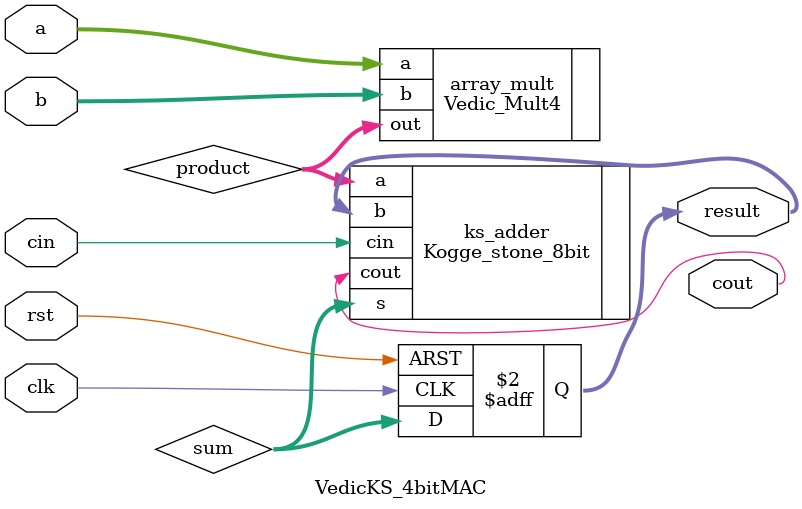
<source format=v>
module VedicKS_4bitMAC (
    input [3:0] a,            // 4-bit multiplicand
    input [3:0] b,            // 4-bit multiplier
    input clk,                // Clock signal
    input rst,                // Reset signal
    input cin,                // Carry-in for the adder
    output reg [7:0] result,  // 8-bit result of MAC operation
    output cout               // Carry-out from the adder
);

    wire [7:0] product;       // 8-bit product from multiplier
    wire [7:0] sum;           // 8-bit sum from the adder

    // Instantiate the 4-bit Vedic Multiplier
    Vedic_Mult4 array_mult (
        .a(a),
        .b(b),
        .out(product)
    );

    // Instantiate the 8-bit Kogge-Stone Adder
    Kogge_stone_8bit ks_adder (
        .a(product),
        .b(result),
        .cin(cin),
        .s(sum),
        .cout(cout)
    );

    // Always block to update result at each clock edge or reset
    always @(posedge clk or posedge rst) begin
        if (rst) begin
            result <= 8'b0;      // Reset the result to 0
        end else begin
            result <= sum;       // Update result with the sum from adder
        end
    end

endmodule


</source>
